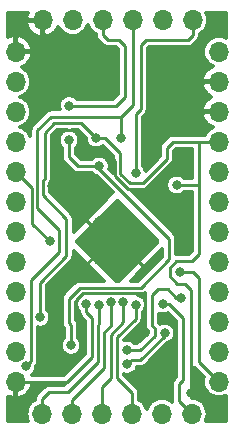
<source format=gbr>
G04 #@! TF.GenerationSoftware,KiCad,Pcbnew,5.1.2-f72e74a~84~ubuntu18.04.1*
G04 #@! TF.CreationDate,2019-12-11T23:46:12+03:00*
G04 #@! TF.ProjectId,OM-128,4f4d2d31-3238-42e6-9b69-6361645f7063,rev?*
G04 #@! TF.SameCoordinates,PX5f5e100PY7270e00*
G04 #@! TF.FileFunction,Copper,L2,Bot*
G04 #@! TF.FilePolarity,Positive*
%FSLAX46Y46*%
G04 Gerber Fmt 4.6, Leading zero omitted, Abs format (unit mm)*
G04 Created by KiCad (PCBNEW 5.1.2-f72e74a~84~ubuntu18.04.1) date 2019-12-11 23:46:12*
%MOMM*%
%LPD*%
G04 APERTURE LIST*
%ADD10O,1.700000X1.700000*%
%ADD11C,0.700000*%
%ADD12C,0.100000*%
%ADD13C,5.200000*%
%ADD14C,0.800000*%
%ADD15C,0.250000*%
%ADD16C,0.350000*%
G04 APERTURE END LIST*
D10*
X16390000Y34700000D03*
X13850000Y34700000D03*
X11310000Y34700000D03*
X8770000Y34700000D03*
X6230000Y34700000D03*
X3690000Y34700000D03*
D11*
X10070711Y18474874D03*
D12*
G36*
X10024504Y19572198D02*
G01*
X10048773Y19568598D01*
X10072571Y19562637D01*
X10095671Y19554372D01*
X10117849Y19543882D01*
X10138893Y19531269D01*
X10158598Y19516655D01*
X10176777Y19500179D01*
X13500179Y16176777D01*
X13516655Y16158598D01*
X13531269Y16138893D01*
X13543882Y16117849D01*
X13554372Y16095671D01*
X13562637Y16072571D01*
X13568598Y16048773D01*
X13572198Y16024504D01*
X13573402Y16000000D01*
X13572198Y15975496D01*
X13568598Y15951227D01*
X13562637Y15927429D01*
X13554372Y15904329D01*
X13543882Y15882151D01*
X13531269Y15861107D01*
X13516655Y15841402D01*
X13500179Y15823223D01*
X10176777Y12499821D01*
X10158598Y12483345D01*
X10138893Y12468731D01*
X10117849Y12456118D01*
X10095671Y12445628D01*
X10072571Y12437363D01*
X10048773Y12431402D01*
X10024504Y12427802D01*
X10000000Y12426598D01*
X9975496Y12427802D01*
X9951227Y12431402D01*
X9927429Y12437363D01*
X9904329Y12445628D01*
X9882151Y12456118D01*
X9861107Y12468731D01*
X9841402Y12483345D01*
X9823223Y12499821D01*
X6499821Y15823223D01*
X6483345Y15841402D01*
X6468731Y15861107D01*
X6456118Y15882151D01*
X6445628Y15904329D01*
X6437363Y15927429D01*
X6431402Y15951227D01*
X6427802Y15975496D01*
X6426598Y16000000D01*
X6427802Y16024504D01*
X6431402Y16048773D01*
X6437363Y16072571D01*
X6445628Y16095671D01*
X6456118Y16117849D01*
X6468731Y16138893D01*
X6483345Y16158598D01*
X6499821Y16176777D01*
X9823223Y19500179D01*
X9841402Y19516655D01*
X9861107Y19531269D01*
X9882151Y19543882D01*
X9904329Y19554372D01*
X9927429Y19562637D01*
X9951227Y19568598D01*
X9975496Y19572198D01*
X10000000Y19573402D01*
X10024504Y19572198D01*
X10024504Y19572198D01*
G37*
D13*
X10000000Y16000000D03*
D11*
X10848528Y17697056D03*
X11697056Y16848528D03*
X12545584Y16000000D03*
X9151472Y17626346D03*
X7525126Y16000000D03*
X8338299Y16813173D03*
X10000000Y16848528D03*
X9151472Y16000000D03*
X8338299Y15186827D03*
X10000000Y15151472D03*
X9186827Y14338299D03*
X10848528Y16000000D03*
X10830850Y14320621D03*
X10017678Y13507449D03*
X11679379Y15169150D03*
D10*
X16330000Y1400000D03*
X13790000Y1400000D03*
X11250000Y1400000D03*
X8710000Y1400000D03*
X6170000Y1400000D03*
X3630000Y1400000D03*
X1400000Y4100000D03*
X1400000Y6640000D03*
X1400000Y9180000D03*
X1400000Y11720000D03*
X1400000Y14260000D03*
X1400000Y16800000D03*
X1400000Y19340000D03*
X1400000Y21880000D03*
X1400000Y24420000D03*
X1400000Y26960000D03*
X1400000Y29500000D03*
X1400000Y32040000D03*
X18600000Y4100000D03*
X18600000Y6640000D03*
X18600000Y9180000D03*
X18600000Y11720000D03*
X18600000Y14260000D03*
X18600000Y16800000D03*
X18600000Y19340000D03*
X18600000Y21880000D03*
X18600000Y24420000D03*
X18600000Y26960000D03*
X18600000Y29500000D03*
X18600000Y32040000D03*
D14*
X4500000Y20630000D03*
X12370000Y8260000D03*
X11860000Y4960000D03*
X14390000Y7070000D03*
X4450000Y11125000D03*
X15050000Y23100000D03*
X7000000Y8200000D03*
X7400000Y33100000D03*
X15030000Y20750000D03*
X16230000Y3150000D03*
X3475000Y9550000D03*
X8200000Y24725000D03*
X15420000Y11200000D03*
X10820000Y6750000D03*
X14010000Y8200000D03*
X10870000Y5580000D03*
X10290000Y24720000D03*
X2275000Y5400000D03*
X4290000Y15980000D03*
X7400000Y10700000D03*
X11550000Y21750000D03*
X6100000Y7170000D03*
X8475000Y22350000D03*
X5925000Y24550000D03*
X5950000Y27475000D03*
X13860000Y10670000D03*
X11550000Y10620000D03*
X10530000Y10850000D03*
X9470000Y10860000D03*
X8480000Y10630000D03*
X15300000Y13370000D03*
D15*
X9130000Y16000000D02*
X10000000Y16000000D01*
X4500000Y20630000D02*
X9130000Y16000000D01*
X4500000Y20630000D02*
X4505000Y20630000D01*
X4500000Y25025000D02*
X4500000Y20630000D01*
X6675000Y25425000D02*
X4900000Y25425000D01*
X7100000Y23925000D02*
X7100000Y25000000D01*
X12375000Y20425000D02*
X10900000Y20425000D01*
X15050000Y23100000D02*
X12375000Y20425000D01*
X4900000Y25425000D02*
X4500000Y25025000D01*
X10900000Y20425000D02*
X9800000Y21525000D01*
X7475000Y23550000D02*
X7100000Y23925000D01*
X9800000Y21525000D02*
X9800000Y22775000D01*
X9800000Y22775000D02*
X9025000Y23550000D01*
X7100000Y25000000D02*
X6675000Y25425000D01*
X9025000Y23550000D02*
X7475000Y23550000D01*
X9325000Y16000000D02*
X10000000Y16000000D01*
X4450000Y11125000D02*
X9325000Y16000000D01*
X6530000Y6040000D02*
X7130000Y6640000D01*
X7130000Y6640000D02*
X7130000Y8060000D01*
X5460000Y6040000D02*
X6530000Y6040000D01*
X4450000Y11125000D02*
X4450000Y7050000D01*
X4450000Y7050000D02*
X5460000Y6040000D01*
X7130000Y8060000D02*
X7000000Y8190000D01*
X7000000Y8190000D02*
X7000000Y8200000D01*
X7000000Y9260000D02*
X7000000Y8200000D01*
X12370000Y11220000D02*
X12000000Y11590000D01*
X7130000Y11590000D02*
X6550000Y11010000D01*
X12370000Y8260000D02*
X12370000Y11220000D01*
X6550000Y11010000D02*
X6550000Y9710000D01*
X12000000Y11590000D02*
X7130000Y11590000D01*
X6550000Y9710000D02*
X7000000Y9260000D01*
X3690000Y33610000D02*
X3690000Y34700000D01*
X14390000Y5915000D02*
X14390000Y7070000D01*
X11860000Y4960000D02*
X13435000Y4960000D01*
X13435000Y4960000D02*
X14390000Y5915000D01*
X4200000Y33100000D02*
X7400000Y33100000D01*
X3690000Y33610000D02*
X4200000Y33100000D01*
X10000000Y16000000D02*
X10090000Y16000000D01*
X10090000Y16000000D02*
X12384818Y13705182D01*
X12384818Y13705182D02*
X12509636Y13830000D01*
X16230000Y3150000D02*
X16230000Y11840000D01*
X16230000Y11840000D02*
X15720000Y12350000D01*
X15720000Y12350000D02*
X15100000Y12350000D01*
X15100000Y12350000D02*
X14440000Y13010000D01*
X14440000Y13010000D02*
X14440000Y13740000D01*
X14440000Y13740000D02*
X14980000Y14280000D01*
X14980000Y14280000D02*
X16340000Y14280000D01*
X16340000Y14280000D02*
X16950000Y14890000D01*
X16950000Y21800000D02*
X16950000Y21440000D01*
X16900000Y20750000D02*
X16950000Y20700000D01*
X16950000Y14890000D02*
X16950000Y20700000D01*
X15030000Y20750000D02*
X16900000Y20750000D01*
X16950000Y20700000D02*
X16950000Y21800000D01*
X8200000Y24725000D02*
X8975000Y24725000D01*
X8975000Y24725000D02*
X10275000Y23425000D01*
X10275000Y23425000D02*
X10275000Y21725010D01*
X10275000Y21725010D02*
X11100010Y20900000D01*
X11100010Y20900000D02*
X12175000Y20900000D01*
X12175000Y20900000D02*
X14200000Y22925000D01*
X14200000Y22925000D02*
X14200000Y23900000D01*
X14200000Y23900000D02*
X14720000Y24420000D01*
X16950000Y24415000D02*
X16955000Y24420000D01*
X16950000Y21800000D02*
X16950000Y24415000D01*
X14720000Y24420000D02*
X16955000Y24420000D01*
X16955000Y24420000D02*
X18600000Y24420000D01*
X5700000Y14725000D02*
X3475000Y12500000D01*
X5700000Y17900000D02*
X5700000Y14725000D01*
X8200000Y24725000D02*
X6925000Y26000000D01*
X3475000Y12500000D02*
X3475000Y9550000D01*
X4675000Y26000000D02*
X3875000Y25200000D01*
X3725000Y19875000D02*
X5700000Y17900000D01*
X6925000Y26000000D02*
X4675000Y26000000D01*
X3875000Y25200000D02*
X3875000Y21300000D01*
X3725000Y21150000D02*
X3725000Y19875000D01*
X3875000Y21300000D02*
X3725000Y21150000D01*
X10820000Y6750000D02*
X11099990Y6750000D01*
X15010000Y11200000D02*
X15420000Y11200000D01*
X13440000Y11940000D02*
X14270000Y11940000D01*
X11950000Y6750000D02*
X13180000Y7980000D01*
X10820000Y6750000D02*
X11950000Y6750000D01*
X13180000Y7980000D02*
X13180000Y8610000D01*
X12980000Y8810000D02*
X12980000Y11480000D01*
X14270000Y11940000D02*
X15010000Y11200000D01*
X13180000Y8610000D02*
X12980000Y8810000D01*
X12980000Y11480000D02*
X13440000Y11940000D01*
X14010000Y7980000D02*
X14010000Y8200000D01*
X11970000Y5940000D02*
X14010000Y7980000D01*
X11970000Y5940000D02*
X11230000Y5940000D01*
X11230000Y5940000D02*
X10870000Y5580000D01*
X2700000Y12700000D02*
X2700000Y5825000D01*
X2700000Y5825000D02*
X2275000Y5400000D01*
X8460000Y26550000D02*
X4425000Y26550000D01*
X4425000Y26550000D02*
X3250000Y25375000D01*
X3250000Y25375000D02*
X3250000Y18825000D01*
X5090000Y15090000D02*
X2700000Y12700000D01*
X5090000Y16985000D02*
X5090000Y15090000D01*
X3250000Y18825000D02*
X5090000Y16985000D01*
X11310000Y34700000D02*
X11310000Y27535000D01*
X10325000Y26550000D02*
X8460000Y26550000D01*
X11310000Y27535000D02*
X10325000Y26550000D01*
X10290000Y26515000D02*
X10325000Y26550000D01*
X10290000Y24720000D02*
X10290000Y26515000D01*
X4290000Y15980000D02*
X2775000Y17495000D01*
X2775000Y20505000D02*
X1400000Y21880000D01*
X2775000Y17495000D02*
X2775000Y20505000D01*
X7400000Y9980000D02*
X7400000Y10700000D01*
X7880000Y6210000D02*
X7880000Y9500000D01*
X7880000Y9500000D02*
X7400000Y9980000D01*
X1400000Y4100000D02*
X5770000Y4100000D01*
X5770000Y4100000D02*
X7880000Y6210000D01*
X11550000Y26775000D02*
X11550000Y21750000D01*
X16390000Y33415000D02*
X16000000Y33025000D01*
X12000000Y32575000D02*
X12000000Y27225000D01*
X16000000Y33025000D02*
X12450000Y33025000D01*
X12450000Y33025000D02*
X12000000Y32575000D01*
X16390000Y34700000D02*
X16390000Y33415000D01*
X12000000Y27225000D02*
X11550000Y26775000D01*
X8475000Y22350000D02*
X6700000Y22350000D01*
X6700000Y22350000D02*
X5925000Y23125000D01*
X5925000Y23125000D02*
X5925000Y24550000D01*
X6100000Y8890000D02*
X6100000Y7170000D01*
X5890000Y9100000D02*
X6100000Y8890000D01*
X5890000Y11140000D02*
X5890000Y9100000D01*
X12020000Y12070000D02*
X6820000Y12070000D01*
X8475000Y22350000D02*
X8475000Y22145000D01*
X8475000Y22145000D02*
X14400000Y16220000D01*
X14400000Y16220000D02*
X14400000Y14450000D01*
X14400000Y14450000D02*
X12020000Y12070000D01*
X6820000Y12070000D02*
X5890000Y11140000D01*
X9925000Y27475000D02*
X5950000Y27475000D01*
X8770000Y33455000D02*
X9200000Y33025000D01*
X8770000Y34700000D02*
X8770000Y33455000D01*
X9200000Y33025000D02*
X10175000Y33025000D01*
X10175000Y33025000D02*
X10650000Y32550000D01*
X10650000Y28200000D02*
X9925000Y27475000D01*
X10650000Y32550000D02*
X10650000Y28200000D01*
X14410000Y10670000D02*
X13860000Y10670000D01*
X15600000Y9480000D02*
X14410000Y10670000D01*
X15600000Y4270000D02*
X15600000Y9480000D01*
X16330000Y1400000D02*
X15270000Y2460000D01*
X15270000Y3940000D02*
X15600000Y4270000D01*
X15270000Y2460000D02*
X15270000Y3940000D01*
X11250000Y3160000D02*
X11250000Y1400000D01*
X9990000Y4420000D02*
X11250000Y3160000D01*
X9990000Y7850000D02*
X9990000Y4420000D01*
X11550000Y10620000D02*
X11550000Y9410000D01*
X11550000Y9410000D02*
X9990000Y7850000D01*
X8710000Y3680000D02*
X8710000Y1400000D01*
X9440000Y4410000D02*
X8710000Y3680000D01*
X9440000Y8070000D02*
X9440000Y4410000D01*
X10520000Y9150000D02*
X9440000Y8070000D01*
X10530000Y10850000D02*
X10530000Y9150000D01*
X10530000Y9150000D02*
X10520000Y9150000D01*
X8920000Y5270000D02*
X6170000Y2520000D01*
X8920000Y8310000D02*
X8920000Y5270000D01*
X6170000Y2520000D02*
X6170000Y1400000D01*
X9470000Y10860000D02*
X9470000Y8860000D01*
X9470000Y8860000D02*
X8920000Y8310000D01*
X8480000Y8980000D02*
X8480000Y10630000D01*
X3630000Y2620000D02*
X4200000Y3190000D01*
X3630000Y1400000D02*
X3630000Y2620000D01*
X8390000Y5760000D02*
X8390000Y8890000D01*
X5820000Y3190000D02*
X8390000Y5760000D01*
X4200000Y3190000D02*
X5820000Y3190000D01*
X8390000Y8890000D02*
X8480000Y8980000D01*
X16920000Y5780000D02*
X18600000Y4100000D01*
X16920000Y12850000D02*
X16920000Y5780000D01*
X15300000Y13370000D02*
X16400000Y13370000D01*
X16400000Y13370000D02*
X16920000Y12850000D01*
D16*
G36*
X17340152Y4511321D02*
G01*
X17294172Y4359745D01*
X17268589Y4100000D01*
X17294172Y3840255D01*
X17369937Y3590491D01*
X17492972Y3360308D01*
X17658550Y3158550D01*
X17860308Y2992972D01*
X18090491Y2869937D01*
X18340255Y2794172D01*
X18534909Y2775000D01*
X18665091Y2775000D01*
X18859745Y2794172D01*
X19109509Y2869937D01*
X19225000Y2931668D01*
X19225000Y775000D01*
X17498332Y775000D01*
X17560063Y890491D01*
X17635828Y1140255D01*
X17661411Y1400000D01*
X17635828Y1659745D01*
X17560063Y1909509D01*
X17437028Y2139692D01*
X17271450Y2341450D01*
X17069692Y2507028D01*
X16839509Y2630063D01*
X16589745Y2705828D01*
X16395091Y2725000D01*
X16375000Y2725000D01*
X16375000Y5225000D01*
X16626473Y5225000D01*
X17340152Y4511321D01*
X17340152Y4511321D01*
G37*
X17340152Y4511321D02*
X17294172Y4359745D01*
X17268589Y4100000D01*
X17294172Y3840255D01*
X17369937Y3590491D01*
X17492972Y3360308D01*
X17658550Y3158550D01*
X17860308Y2992972D01*
X18090491Y2869937D01*
X18340255Y2794172D01*
X18534909Y2775000D01*
X18665091Y2775000D01*
X18859745Y2794172D01*
X19109509Y2869937D01*
X19225000Y2931668D01*
X19225000Y775000D01*
X17498332Y775000D01*
X17560063Y890491D01*
X17635828Y1140255D01*
X17661411Y1400000D01*
X17635828Y1659745D01*
X17560063Y1909509D01*
X17437028Y2139692D01*
X17271450Y2341450D01*
X17069692Y2507028D01*
X16839509Y2630063D01*
X16589745Y2705828D01*
X16395091Y2725000D01*
X16375000Y2725000D01*
X16375000Y5225000D01*
X16626473Y5225000D01*
X17340152Y4511321D01*
G36*
X5530388Y3790000D02*
G01*
X4229474Y3790000D01*
X4200000Y3792903D01*
X4170526Y3790000D01*
X4082379Y3781318D01*
X3969279Y3747010D01*
X3865045Y3691296D01*
X3773683Y3616317D01*
X3754894Y3593422D01*
X3226581Y3065108D01*
X3203684Y3046317D01*
X3128705Y2954955D01*
X3098388Y2898235D01*
X3072991Y2850721D01*
X3038682Y2737620D01*
X3027097Y2620000D01*
X3030001Y2590517D01*
X3030001Y2581695D01*
X2890308Y2507028D01*
X2688550Y2341450D01*
X2522972Y2139692D01*
X2399937Y1909509D01*
X2324172Y1659745D01*
X2298589Y1400000D01*
X2324172Y1140255D01*
X2399937Y890491D01*
X2461668Y775000D01*
X775000Y775000D01*
X775000Y2826883D01*
X883404Y2771934D01*
X1152423Y2696670D01*
X1375000Y2818968D01*
X1375000Y3939322D01*
X1425000Y3940248D01*
X1425000Y2818968D01*
X1647577Y2696670D01*
X1916596Y2771934D01*
X2165763Y2898235D01*
X2385502Y3070720D01*
X2567368Y3282759D01*
X2704373Y3526204D01*
X2791252Y3791700D01*
X2803329Y3852423D01*
X2741662Y3964631D01*
X5676683Y4018983D01*
X5530388Y3790000D01*
X5530388Y3790000D01*
G37*
X5530388Y3790000D02*
X4229474Y3790000D01*
X4200000Y3792903D01*
X4170526Y3790000D01*
X4082379Y3781318D01*
X3969279Y3747010D01*
X3865045Y3691296D01*
X3773683Y3616317D01*
X3754894Y3593422D01*
X3226581Y3065108D01*
X3203684Y3046317D01*
X3128705Y2954955D01*
X3098388Y2898235D01*
X3072991Y2850721D01*
X3038682Y2737620D01*
X3027097Y2620000D01*
X3030001Y2590517D01*
X3030001Y2581695D01*
X2890308Y2507028D01*
X2688550Y2341450D01*
X2522972Y2139692D01*
X2399937Y1909509D01*
X2324172Y1659745D01*
X2298589Y1400000D01*
X2324172Y1140255D01*
X2399937Y890491D01*
X2461668Y775000D01*
X775000Y775000D01*
X775000Y2826883D01*
X883404Y2771934D01*
X1152423Y2696670D01*
X1375000Y2818968D01*
X1375000Y3939322D01*
X1425000Y3940248D01*
X1425000Y2818968D01*
X1647577Y2696670D01*
X1916596Y2771934D01*
X2165763Y2898235D01*
X2385502Y3070720D01*
X2567368Y3282759D01*
X2704373Y3526204D01*
X2791252Y3791700D01*
X2803329Y3852423D01*
X2741662Y3964631D01*
X5676683Y4018983D01*
X5530388Y3790000D01*
G36*
X15000001Y9231471D02*
G01*
X15000000Y4518527D01*
X14866582Y4385109D01*
X14843684Y4366317D01*
X14768705Y4274955D01*
X14718643Y4181296D01*
X14712991Y4170721D01*
X14678682Y4057620D01*
X14667097Y3940000D01*
X14670001Y3910517D01*
X14670000Y2489474D01*
X14667097Y2460000D01*
X14670000Y2430527D01*
X14674141Y2388482D01*
X14529692Y2507028D01*
X14299509Y2630063D01*
X14049745Y2705828D01*
X13855091Y2725000D01*
X13724909Y2725000D01*
X13530255Y2705828D01*
X13280491Y2630063D01*
X13050308Y2507028D01*
X12848550Y2341450D01*
X12682972Y2139692D01*
X12559937Y1909509D01*
X12520000Y1777854D01*
X12480063Y1909509D01*
X12357028Y2139692D01*
X12191450Y2341450D01*
X11989692Y2507028D01*
X11850000Y2581695D01*
X11850000Y3130527D01*
X11852903Y3160001D01*
X11841318Y3277621D01*
X11819762Y3348682D01*
X11807010Y3390721D01*
X11751296Y3494955D01*
X11676317Y3586317D01*
X11653420Y3605108D01*
X10590000Y4668527D01*
X10590000Y4748887D01*
X10614772Y4738626D01*
X10783820Y4705000D01*
X10956180Y4705000D01*
X11125228Y4738626D01*
X11284468Y4804585D01*
X11427780Y4900343D01*
X11549657Y5022220D01*
X11645415Y5165532D01*
X11711374Y5324772D01*
X11714403Y5340000D01*
X11940526Y5340000D01*
X11970000Y5337097D01*
X11999474Y5340000D01*
X12087621Y5348682D01*
X12200721Y5382990D01*
X12304955Y5438704D01*
X12396317Y5513683D01*
X12415113Y5536586D01*
X14230183Y7351655D01*
X14265228Y7358626D01*
X14424468Y7424585D01*
X14567780Y7520343D01*
X14689657Y7642220D01*
X14785415Y7785532D01*
X14851374Y7944772D01*
X14885000Y8113820D01*
X14885000Y8286180D01*
X14851374Y8455228D01*
X14785415Y8614468D01*
X14689657Y8757780D01*
X14567780Y8879657D01*
X14424468Y8975415D01*
X14265228Y9041374D01*
X14096180Y9075000D01*
X13923820Y9075000D01*
X13754772Y9041374D01*
X13640882Y8994199D01*
X13606317Y9036317D01*
X13583414Y9055113D01*
X13580000Y9058527D01*
X13580000Y9838887D01*
X13604772Y9828626D01*
X13773820Y9795000D01*
X13946180Y9795000D01*
X14115228Y9828626D01*
X14274468Y9894585D01*
X14311886Y9919587D01*
X15000001Y9231471D01*
X15000001Y9231471D01*
G37*
X15000001Y9231471D02*
X15000000Y4518527D01*
X14866582Y4385109D01*
X14843684Y4366317D01*
X14768705Y4274955D01*
X14718643Y4181296D01*
X14712991Y4170721D01*
X14678682Y4057620D01*
X14667097Y3940000D01*
X14670001Y3910517D01*
X14670000Y2489474D01*
X14667097Y2460000D01*
X14670000Y2430527D01*
X14674141Y2388482D01*
X14529692Y2507028D01*
X14299509Y2630063D01*
X14049745Y2705828D01*
X13855091Y2725000D01*
X13724909Y2725000D01*
X13530255Y2705828D01*
X13280491Y2630063D01*
X13050308Y2507028D01*
X12848550Y2341450D01*
X12682972Y2139692D01*
X12559937Y1909509D01*
X12520000Y1777854D01*
X12480063Y1909509D01*
X12357028Y2139692D01*
X12191450Y2341450D01*
X11989692Y2507028D01*
X11850000Y2581695D01*
X11850000Y3130527D01*
X11852903Y3160001D01*
X11841318Y3277621D01*
X11819762Y3348682D01*
X11807010Y3390721D01*
X11751296Y3494955D01*
X11676317Y3586317D01*
X11653420Y3605108D01*
X10590000Y4668527D01*
X10590000Y4748887D01*
X10614772Y4738626D01*
X10783820Y4705000D01*
X10956180Y4705000D01*
X11125228Y4738626D01*
X11284468Y4804585D01*
X11427780Y4900343D01*
X11549657Y5022220D01*
X11645415Y5165532D01*
X11711374Y5324772D01*
X11714403Y5340000D01*
X11940526Y5340000D01*
X11970000Y5337097D01*
X11999474Y5340000D01*
X12087621Y5348682D01*
X12200721Y5382990D01*
X12304955Y5438704D01*
X12396317Y5513683D01*
X12415113Y5536586D01*
X14230183Y7351655D01*
X14265228Y7358626D01*
X14424468Y7424585D01*
X14567780Y7520343D01*
X14689657Y7642220D01*
X14785415Y7785532D01*
X14851374Y7944772D01*
X14885000Y8113820D01*
X14885000Y8286180D01*
X14851374Y8455228D01*
X14785415Y8614468D01*
X14689657Y8757780D01*
X14567780Y8879657D01*
X14424468Y8975415D01*
X14265228Y9041374D01*
X14096180Y9075000D01*
X13923820Y9075000D01*
X13754772Y9041374D01*
X13640882Y8994199D01*
X13606317Y9036317D01*
X13583414Y9055113D01*
X13580000Y9058527D01*
X13580000Y9838887D01*
X13604772Y9828626D01*
X13773820Y9795000D01*
X13946180Y9795000D01*
X14115228Y9828626D01*
X14274468Y9894585D01*
X14311886Y9919587D01*
X15000001Y9231471D01*
G36*
X8872572Y12670000D02*
G01*
X6849476Y12670000D01*
X6820000Y12672903D01*
X6702379Y12661319D01*
X6589279Y12627010D01*
X6485045Y12571296D01*
X6393683Y12496317D01*
X6374894Y12473422D01*
X5486586Y11585113D01*
X5463683Y11566317D01*
X5388704Y11474954D01*
X5332990Y11370720D01*
X5306378Y11282991D01*
X5298682Y11257620D01*
X5287097Y11140000D01*
X5290000Y11110526D01*
X5290001Y9129483D01*
X5287097Y9100000D01*
X5298682Y8982380D01*
X5326705Y8890000D01*
X5332991Y8869279D01*
X5388705Y8765045D01*
X5463684Y8673683D01*
X5486582Y8654891D01*
X5500000Y8641473D01*
X5500001Y7807438D01*
X5420343Y7727780D01*
X5324585Y7584468D01*
X5258626Y7425228D01*
X5225000Y7256180D01*
X5225000Y7083820D01*
X5258626Y6914772D01*
X5324585Y6755532D01*
X5420343Y6612220D01*
X5542220Y6490343D01*
X5685532Y6394585D01*
X5844772Y6328626D01*
X6013820Y6295000D01*
X6186180Y6295000D01*
X6355228Y6328626D01*
X6514468Y6394585D01*
X6657780Y6490343D01*
X6779657Y6612220D01*
X6875415Y6755532D01*
X6941374Y6914772D01*
X6975000Y7083820D01*
X6975000Y7256180D01*
X6941374Y7425228D01*
X6875415Y7584468D01*
X6779657Y7727780D01*
X6700000Y7807437D01*
X6700000Y8860526D01*
X6702903Y8890000D01*
X6691318Y9007621D01*
X6657010Y9120721D01*
X6641360Y9150000D01*
X6601296Y9224955D01*
X6526317Y9316317D01*
X6503415Y9335112D01*
X6490000Y9348527D01*
X6490000Y10891473D01*
X6562070Y10963543D01*
X6558626Y10955228D01*
X6525000Y10786180D01*
X6525000Y10613820D01*
X6558626Y10444772D01*
X6624585Y10285532D01*
X6720343Y10142220D01*
X6800000Y10062563D01*
X6800000Y10009474D01*
X6797097Y9980000D01*
X6800000Y9950527D01*
X6808682Y9862380D01*
X6842990Y9749280D01*
X6898704Y9645046D01*
X6973683Y9553683D01*
X6996586Y9534887D01*
X7280001Y9251471D01*
X7280000Y6458528D01*
X5521473Y4700000D01*
X2802335Y4700000D01*
X2832780Y4720343D01*
X2954657Y4842220D01*
X3050415Y4985532D01*
X3116374Y5144772D01*
X3150000Y5313820D01*
X3150000Y5427541D01*
X3201296Y5490045D01*
X3257010Y5594279D01*
X3291318Y5707379D01*
X3300000Y5795526D01*
X3302903Y5825000D01*
X3300000Y5854474D01*
X3300000Y8692668D01*
X3388820Y8675000D01*
X3561180Y8675000D01*
X3730228Y8708626D01*
X3889468Y8774585D01*
X4032780Y8870343D01*
X4154657Y8992220D01*
X4250415Y9135532D01*
X4316374Y9294772D01*
X4350000Y9463820D01*
X4350000Y9636180D01*
X4316374Y9805228D01*
X4250415Y9964468D01*
X4154657Y10107780D01*
X4075000Y10187437D01*
X4075000Y12251473D01*
X6103419Y14279891D01*
X6126317Y14298683D01*
X6201296Y14390045D01*
X6257010Y14494279D01*
X6291318Y14607379D01*
X6298808Y14683422D01*
X6302903Y14724999D01*
X6300000Y14754473D01*
X6300000Y15188656D01*
X8872572Y12670000D01*
X8872572Y12670000D01*
G37*
X8872572Y12670000D02*
X6849476Y12670000D01*
X6820000Y12672903D01*
X6702379Y12661319D01*
X6589279Y12627010D01*
X6485045Y12571296D01*
X6393683Y12496317D01*
X6374894Y12473422D01*
X5486586Y11585113D01*
X5463683Y11566317D01*
X5388704Y11474954D01*
X5332990Y11370720D01*
X5306378Y11282991D01*
X5298682Y11257620D01*
X5287097Y11140000D01*
X5290000Y11110526D01*
X5290001Y9129483D01*
X5287097Y9100000D01*
X5298682Y8982380D01*
X5326705Y8890000D01*
X5332991Y8869279D01*
X5388705Y8765045D01*
X5463684Y8673683D01*
X5486582Y8654891D01*
X5500000Y8641473D01*
X5500001Y7807438D01*
X5420343Y7727780D01*
X5324585Y7584468D01*
X5258626Y7425228D01*
X5225000Y7256180D01*
X5225000Y7083820D01*
X5258626Y6914772D01*
X5324585Y6755532D01*
X5420343Y6612220D01*
X5542220Y6490343D01*
X5685532Y6394585D01*
X5844772Y6328626D01*
X6013820Y6295000D01*
X6186180Y6295000D01*
X6355228Y6328626D01*
X6514468Y6394585D01*
X6657780Y6490343D01*
X6779657Y6612220D01*
X6875415Y6755532D01*
X6941374Y6914772D01*
X6975000Y7083820D01*
X6975000Y7256180D01*
X6941374Y7425228D01*
X6875415Y7584468D01*
X6779657Y7727780D01*
X6700000Y7807437D01*
X6700000Y8860526D01*
X6702903Y8890000D01*
X6691318Y9007621D01*
X6657010Y9120721D01*
X6641360Y9150000D01*
X6601296Y9224955D01*
X6526317Y9316317D01*
X6503415Y9335112D01*
X6490000Y9348527D01*
X6490000Y10891473D01*
X6562070Y10963543D01*
X6558626Y10955228D01*
X6525000Y10786180D01*
X6525000Y10613820D01*
X6558626Y10444772D01*
X6624585Y10285532D01*
X6720343Y10142220D01*
X6800000Y10062563D01*
X6800000Y10009474D01*
X6797097Y9980000D01*
X6800000Y9950527D01*
X6808682Y9862380D01*
X6842990Y9749280D01*
X6898704Y9645046D01*
X6973683Y9553683D01*
X6996586Y9534887D01*
X7280001Y9251471D01*
X7280000Y6458528D01*
X5521473Y4700000D01*
X2802335Y4700000D01*
X2832780Y4720343D01*
X2954657Y4842220D01*
X3050415Y4985532D01*
X3116374Y5144772D01*
X3150000Y5313820D01*
X3150000Y5427541D01*
X3201296Y5490045D01*
X3257010Y5594279D01*
X3291318Y5707379D01*
X3300000Y5795526D01*
X3302903Y5825000D01*
X3300000Y5854474D01*
X3300000Y8692668D01*
X3388820Y8675000D01*
X3561180Y8675000D01*
X3730228Y8708626D01*
X3889468Y8774585D01*
X4032780Y8870343D01*
X4154657Y8992220D01*
X4250415Y9135532D01*
X4316374Y9294772D01*
X4350000Y9463820D01*
X4350000Y9636180D01*
X4316374Y9805228D01*
X4250415Y9964468D01*
X4154657Y10107780D01*
X4075000Y10187437D01*
X4075000Y12251473D01*
X6103419Y14279891D01*
X6126317Y14298683D01*
X6201296Y14390045D01*
X6257010Y14494279D01*
X6291318Y14607379D01*
X6298808Y14683422D01*
X6302903Y14724999D01*
X6300000Y14754473D01*
X6300000Y15188656D01*
X8872572Y12670000D01*
G36*
X12380000Y8839474D02*
G01*
X12377097Y8810000D01*
X12380000Y8780527D01*
X12388682Y8692380D01*
X12422990Y8579280D01*
X12478704Y8475046D01*
X12553683Y8383683D01*
X12576586Y8364887D01*
X12580000Y8361473D01*
X12580000Y8228528D01*
X11701473Y7350000D01*
X11457437Y7350000D01*
X11377780Y7429657D01*
X11234468Y7525415D01*
X11075228Y7591374D01*
X10906180Y7625000D01*
X10733820Y7625000D01*
X10590000Y7596392D01*
X10590000Y7601473D01*
X11953419Y8964891D01*
X11976317Y8983683D01*
X12051296Y9075045D01*
X12107010Y9179279D01*
X12141318Y9292379D01*
X12143968Y9319279D01*
X12152903Y9409999D01*
X12150000Y9439473D01*
X12150000Y9982563D01*
X12229657Y10062220D01*
X12325415Y10205532D01*
X12380001Y10337314D01*
X12380000Y8839474D01*
X12380000Y8839474D01*
G37*
X12380000Y8839474D02*
X12377097Y8810000D01*
X12380000Y8780527D01*
X12388682Y8692380D01*
X12422990Y8579280D01*
X12478704Y8475046D01*
X12553683Y8383683D01*
X12576586Y8364887D01*
X12580000Y8361473D01*
X12580000Y8228528D01*
X11701473Y7350000D01*
X11457437Y7350000D01*
X11377780Y7429657D01*
X11234468Y7525415D01*
X11075228Y7591374D01*
X10906180Y7625000D01*
X10733820Y7625000D01*
X10590000Y7596392D01*
X10590000Y7601473D01*
X11953419Y8964891D01*
X11976317Y8983683D01*
X12051296Y9075045D01*
X12107010Y9179279D01*
X12141318Y9292379D01*
X12143968Y9319279D01*
X12152903Y9409999D01*
X12150000Y9439473D01*
X12150000Y9982563D01*
X12229657Y10062220D01*
X12325415Y10205532D01*
X12380001Y10337314D01*
X12380000Y8839474D01*
G36*
X12377097Y11480000D02*
G01*
X12380001Y11450517D01*
X12380001Y10902686D01*
X12325415Y11034468D01*
X12229657Y11177780D01*
X12107780Y11299657D01*
X11964468Y11395415D01*
X11805228Y11461374D01*
X11761863Y11470000D01*
X11990526Y11470000D01*
X12020000Y11467097D01*
X12049474Y11470000D01*
X12137621Y11478682D01*
X12250721Y11512990D01*
X12354955Y11568704D01*
X12388549Y11596274D01*
X12377097Y11480000D01*
X12377097Y11480000D01*
G37*
X12377097Y11480000D02*
X12380001Y11450517D01*
X12380001Y10902686D01*
X12325415Y11034468D01*
X12229657Y11177780D01*
X12107780Y11299657D01*
X11964468Y11395415D01*
X11805228Y11461374D01*
X11761863Y11470000D01*
X11990526Y11470000D01*
X12020000Y11467097D01*
X12049474Y11470000D01*
X12137621Y11478682D01*
X12250721Y11512990D01*
X12354955Y11568704D01*
X12388549Y11596274D01*
X12377097Y11480000D01*
G36*
X13800001Y14698530D02*
G01*
X11771473Y12670000D01*
X11184771Y12670000D01*
X13800001Y15300005D01*
X13800001Y14698530D01*
X13800001Y14698530D01*
G37*
X13800001Y14698530D02*
X11771473Y12670000D01*
X11184771Y12670000D01*
X13800001Y15300005D01*
X13800001Y14698530D01*
G36*
X16350000Y21829474D02*
G01*
X16350000Y21410526D01*
X16350001Y21410520D01*
X16350001Y21350000D01*
X15667437Y21350000D01*
X15587780Y21429657D01*
X15444468Y21525415D01*
X15285228Y21591374D01*
X15116180Y21625000D01*
X14943820Y21625000D01*
X14774772Y21591374D01*
X14615532Y21525415D01*
X14472220Y21429657D01*
X14350343Y21307780D01*
X14254585Y21164468D01*
X14188626Y21005228D01*
X14155000Y20836180D01*
X14155000Y20663820D01*
X14188626Y20494772D01*
X14254585Y20335532D01*
X14350343Y20192220D01*
X14472220Y20070343D01*
X14615532Y19974585D01*
X14774772Y19908626D01*
X14943820Y19875000D01*
X15116180Y19875000D01*
X15285228Y19908626D01*
X15444468Y19974585D01*
X15587780Y20070343D01*
X15667437Y20150000D01*
X16350001Y20150000D01*
X16350000Y15138528D01*
X16091473Y14880000D01*
X15009473Y14880000D01*
X15000000Y14880933D01*
X15000000Y16190527D01*
X15002903Y16220001D01*
X14991318Y16337622D01*
X14980911Y16371930D01*
X14957010Y16450721D01*
X14901296Y16554955D01*
X14826317Y16646317D01*
X14803426Y16665103D01*
X11168528Y20300000D01*
X12145526Y20300000D01*
X12175000Y20297097D01*
X12204474Y20300000D01*
X12292621Y20308682D01*
X12405721Y20342990D01*
X12509955Y20398704D01*
X12601317Y20473683D01*
X12620113Y20496586D01*
X14603426Y22479897D01*
X14626317Y22498683D01*
X14645533Y22522097D01*
X14655040Y22533682D01*
X14701296Y22590045D01*
X14757010Y22694279D01*
X14791318Y22807379D01*
X14800000Y22895526D01*
X14800000Y22895533D01*
X14802902Y22924999D01*
X14800000Y22954465D01*
X14800000Y23651473D01*
X14968528Y23820000D01*
X16350001Y23820000D01*
X16350000Y21829474D01*
X16350000Y21829474D01*
G37*
X16350000Y21829474D02*
X16350000Y21410526D01*
X16350001Y21410520D01*
X16350001Y21350000D01*
X15667437Y21350000D01*
X15587780Y21429657D01*
X15444468Y21525415D01*
X15285228Y21591374D01*
X15116180Y21625000D01*
X14943820Y21625000D01*
X14774772Y21591374D01*
X14615532Y21525415D01*
X14472220Y21429657D01*
X14350343Y21307780D01*
X14254585Y21164468D01*
X14188626Y21005228D01*
X14155000Y20836180D01*
X14155000Y20663820D01*
X14188626Y20494772D01*
X14254585Y20335532D01*
X14350343Y20192220D01*
X14472220Y20070343D01*
X14615532Y19974585D01*
X14774772Y19908626D01*
X14943820Y19875000D01*
X15116180Y19875000D01*
X15285228Y19908626D01*
X15444468Y19974585D01*
X15587780Y20070343D01*
X15667437Y20150000D01*
X16350001Y20150000D01*
X16350000Y15138528D01*
X16091473Y14880000D01*
X15009473Y14880000D01*
X15000000Y14880933D01*
X15000000Y16190527D01*
X15002903Y16220001D01*
X14991318Y16337622D01*
X14980911Y16371930D01*
X14957010Y16450721D01*
X14901296Y16554955D01*
X14826317Y16646317D01*
X14803426Y16665103D01*
X11168528Y20300000D01*
X12145526Y20300000D01*
X12175000Y20297097D01*
X12204474Y20300000D01*
X12292621Y20308682D01*
X12405721Y20342990D01*
X12509955Y20398704D01*
X12601317Y20473683D01*
X12620113Y20496586D01*
X14603426Y22479897D01*
X14626317Y22498683D01*
X14645533Y22522097D01*
X14655040Y22533682D01*
X14701296Y22590045D01*
X14757010Y22694279D01*
X14791318Y22807379D01*
X14800000Y22895526D01*
X14800000Y22895533D01*
X14802902Y22924999D01*
X14800000Y22954465D01*
X14800000Y23651473D01*
X14968528Y23820000D01*
X16350001Y23820000D01*
X16350000Y21829474D01*
G36*
X5669772Y25391374D02*
G01*
X5510532Y25325415D01*
X5367220Y25229657D01*
X5245343Y25107780D01*
X5149585Y24964468D01*
X5083626Y24805228D01*
X5050000Y24636180D01*
X5050000Y24463820D01*
X5083626Y24294772D01*
X5149585Y24135532D01*
X5245343Y23992220D01*
X5325001Y23912562D01*
X5325000Y23154474D01*
X5322097Y23125000D01*
X5325000Y23095527D01*
X5333682Y23007380D01*
X5367990Y22894280D01*
X5423704Y22790046D01*
X5498683Y22698683D01*
X5521586Y22679887D01*
X6254891Y21946581D01*
X6273683Y21923683D01*
X6365045Y21848704D01*
X6469279Y21792990D01*
X6582379Y21758681D01*
X6700000Y21747097D01*
X6729476Y21750000D01*
X7837563Y21750000D01*
X7917220Y21670343D01*
X8060532Y21574585D01*
X8219772Y21508626D01*
X8273543Y21497930D01*
X9646767Y20124705D01*
X6300000Y16794756D01*
X6300000Y17870526D01*
X6302903Y17900000D01*
X6291318Y18017621D01*
X6257010Y18130722D01*
X6237603Y18167029D01*
X6201296Y18234955D01*
X6126317Y18326317D01*
X6103420Y18345108D01*
X4325000Y20123527D01*
X4325000Y20902541D01*
X4376296Y20965045D01*
X4432010Y21069279D01*
X4466318Y21182379D01*
X4475000Y21270526D01*
X4477903Y21299999D01*
X4475000Y21329473D01*
X4475000Y24951473D01*
X4923528Y25400000D01*
X5713137Y25400000D01*
X5669772Y25391374D01*
X5669772Y25391374D01*
G37*
X5669772Y25391374D02*
X5510532Y25325415D01*
X5367220Y25229657D01*
X5245343Y25107780D01*
X5149585Y24964468D01*
X5083626Y24805228D01*
X5050000Y24636180D01*
X5050000Y24463820D01*
X5083626Y24294772D01*
X5149585Y24135532D01*
X5245343Y23992220D01*
X5325001Y23912562D01*
X5325000Y23154474D01*
X5322097Y23125000D01*
X5325000Y23095527D01*
X5333682Y23007380D01*
X5367990Y22894280D01*
X5423704Y22790046D01*
X5498683Y22698683D01*
X5521586Y22679887D01*
X6254891Y21946581D01*
X6273683Y21923683D01*
X6365045Y21848704D01*
X6469279Y21792990D01*
X6582379Y21758681D01*
X6700000Y21747097D01*
X6729476Y21750000D01*
X7837563Y21750000D01*
X7917220Y21670343D01*
X8060532Y21574585D01*
X8219772Y21508626D01*
X8273543Y21497930D01*
X9646767Y20124705D01*
X6300000Y16794756D01*
X6300000Y17870526D01*
X6302903Y17900000D01*
X6291318Y18017621D01*
X6257010Y18130722D01*
X6237603Y18167029D01*
X6201296Y18234955D01*
X6126317Y18326317D01*
X6103420Y18345108D01*
X4325000Y20123527D01*
X4325000Y20902541D01*
X4376296Y20965045D01*
X4432010Y21069279D01*
X4466318Y21182379D01*
X4475000Y21270526D01*
X4477903Y21299999D01*
X4475000Y21329473D01*
X4475000Y24951473D01*
X4923528Y25400000D01*
X5713137Y25400000D01*
X5669772Y25391374D01*
G36*
X7325000Y24751472D02*
G01*
X7325000Y24638820D01*
X7358626Y24469772D01*
X7424585Y24310532D01*
X7520343Y24167220D01*
X7642220Y24045343D01*
X7785532Y23949585D01*
X7944772Y23883626D01*
X8113820Y23850000D01*
X8286180Y23850000D01*
X8455228Y23883626D01*
X8614468Y23949585D01*
X8757780Y24045343D01*
X8781955Y24069518D01*
X9675000Y23176472D01*
X9675001Y21793526D01*
X9325894Y22142633D01*
X9350000Y22263820D01*
X9350000Y22436180D01*
X9316374Y22605228D01*
X9250415Y22764468D01*
X9154657Y22907780D01*
X9032780Y23029657D01*
X8889468Y23125415D01*
X8730228Y23191374D01*
X8561180Y23225000D01*
X8388820Y23225000D01*
X8219772Y23191374D01*
X8060532Y23125415D01*
X7917220Y23029657D01*
X7837563Y22950000D01*
X6948528Y22950000D01*
X6525000Y23373527D01*
X6525000Y23912563D01*
X6604657Y23992220D01*
X6700415Y24135532D01*
X6766374Y24294772D01*
X6800000Y24463820D01*
X6800000Y24636180D01*
X6766374Y24805228D01*
X6700415Y24964468D01*
X6604657Y25107780D01*
X6482780Y25229657D01*
X6339468Y25325415D01*
X6180228Y25391374D01*
X6136863Y25400000D01*
X6676473Y25400000D01*
X7325000Y24751472D01*
X7325000Y24751472D01*
G37*
X7325000Y24751472D02*
X7325000Y24638820D01*
X7358626Y24469772D01*
X7424585Y24310532D01*
X7520343Y24167220D01*
X7642220Y24045343D01*
X7785532Y23949585D01*
X7944772Y23883626D01*
X8113820Y23850000D01*
X8286180Y23850000D01*
X8455228Y23883626D01*
X8614468Y23949585D01*
X8757780Y24045343D01*
X8781955Y24069518D01*
X9675000Y23176472D01*
X9675001Y21793526D01*
X9325894Y22142633D01*
X9350000Y22263820D01*
X9350000Y22436180D01*
X9316374Y22605228D01*
X9250415Y22764468D01*
X9154657Y22907780D01*
X9032780Y23029657D01*
X8889468Y23125415D01*
X8730228Y23191374D01*
X8561180Y23225000D01*
X8388820Y23225000D01*
X8219772Y23191374D01*
X8060532Y23125415D01*
X7917220Y23029657D01*
X7837563Y22950000D01*
X6948528Y22950000D01*
X6525000Y23373527D01*
X6525000Y23912563D01*
X6604657Y23992220D01*
X6700415Y24135532D01*
X6766374Y24294772D01*
X6800000Y24463820D01*
X6800000Y24636180D01*
X6766374Y24805228D01*
X6700415Y24964468D01*
X6604657Y25107780D01*
X6482780Y25229657D01*
X6339468Y25325415D01*
X6180228Y25391374D01*
X6136863Y25400000D01*
X6676473Y25400000D01*
X7325000Y24751472D01*
G36*
X19225000Y33208332D02*
G01*
X19109509Y33270063D01*
X18859745Y33345828D01*
X18665091Y33365000D01*
X18534909Y33365000D01*
X18340255Y33345828D01*
X18090491Y33270063D01*
X17860308Y33147028D01*
X17658550Y32981450D01*
X17492972Y32779692D01*
X17369937Y32549509D01*
X17294172Y32299745D01*
X17268589Y32040000D01*
X17294172Y31780255D01*
X17369937Y31530491D01*
X17492972Y31300308D01*
X17658550Y31098550D01*
X17860308Y30932972D01*
X18069633Y30821086D01*
X17834237Y30701765D01*
X17614498Y30529280D01*
X17432632Y30317241D01*
X17295627Y30073796D01*
X17208748Y29808300D01*
X17196671Y29747577D01*
X17318994Y29525000D01*
X18325000Y29525000D01*
X18325000Y29475000D01*
X17318994Y29475000D01*
X17196671Y29252423D01*
X17208748Y29191700D01*
X17295627Y28926204D01*
X17432632Y28682759D01*
X17614498Y28470720D01*
X17834237Y28298235D01*
X17968851Y28230000D01*
X17834237Y28161765D01*
X17614498Y27989280D01*
X17432632Y27777241D01*
X17295627Y27533796D01*
X17208748Y27268300D01*
X17196671Y27207577D01*
X17318994Y26985000D01*
X18325000Y26985000D01*
X18325000Y26935000D01*
X17318994Y26935000D01*
X17196671Y26712423D01*
X17208748Y26651700D01*
X17295627Y26386204D01*
X17432632Y26142759D01*
X17614498Y25930720D01*
X17834237Y25758235D01*
X18069633Y25638914D01*
X17860308Y25527028D01*
X17658550Y25361450D01*
X17492972Y25159692D01*
X17418305Y25020000D01*
X16984473Y25020000D01*
X16954999Y25022903D01*
X16925526Y25020000D01*
X14749473Y25020000D01*
X14719999Y25022903D01*
X14669235Y25017903D01*
X14602379Y25011318D01*
X14489279Y24977010D01*
X14385045Y24921296D01*
X14293683Y24846317D01*
X14274891Y24823419D01*
X13796581Y24345108D01*
X13773684Y24326317D01*
X13698705Y24234955D01*
X13658777Y24160255D01*
X13642991Y24130721D01*
X13608682Y24017620D01*
X13597097Y23900000D01*
X13600001Y23870517D01*
X13600000Y23173529D01*
X12398065Y21971592D01*
X12391374Y22005228D01*
X12325415Y22164468D01*
X12229657Y22307780D01*
X12150000Y22387437D01*
X12150000Y26526473D01*
X12403419Y26779891D01*
X12426317Y26798683D01*
X12501296Y26890045D01*
X12557010Y26994279D01*
X12591318Y27107379D01*
X12600000Y27195526D01*
X12602903Y27224999D01*
X12600000Y27254473D01*
X12600000Y32326473D01*
X12698528Y32425000D01*
X15970526Y32425000D01*
X16000000Y32422097D01*
X16029474Y32425000D01*
X16117621Y32433682D01*
X16230721Y32467990D01*
X16334955Y32523704D01*
X16426317Y32598683D01*
X16445113Y32621586D01*
X16793419Y32969891D01*
X16816317Y32988683D01*
X16891296Y33080045D01*
X16947010Y33184279D01*
X16973032Y33270063D01*
X16981318Y33297378D01*
X16992903Y33414999D01*
X16990000Y33444473D01*
X16990000Y33518305D01*
X17129692Y33592972D01*
X17331450Y33758550D01*
X17497028Y33960308D01*
X17620063Y34190491D01*
X17695828Y34440255D01*
X17721411Y34700000D01*
X17695828Y34959745D01*
X17620063Y35209509D01*
X17558332Y35325000D01*
X19225000Y35325000D01*
X19225000Y33208332D01*
X19225000Y33208332D01*
G37*
X19225000Y33208332D02*
X19109509Y33270063D01*
X18859745Y33345828D01*
X18665091Y33365000D01*
X18534909Y33365000D01*
X18340255Y33345828D01*
X18090491Y33270063D01*
X17860308Y33147028D01*
X17658550Y32981450D01*
X17492972Y32779692D01*
X17369937Y32549509D01*
X17294172Y32299745D01*
X17268589Y32040000D01*
X17294172Y31780255D01*
X17369937Y31530491D01*
X17492972Y31300308D01*
X17658550Y31098550D01*
X17860308Y30932972D01*
X18069633Y30821086D01*
X17834237Y30701765D01*
X17614498Y30529280D01*
X17432632Y30317241D01*
X17295627Y30073796D01*
X17208748Y29808300D01*
X17196671Y29747577D01*
X17318994Y29525000D01*
X18325000Y29525000D01*
X18325000Y29475000D01*
X17318994Y29475000D01*
X17196671Y29252423D01*
X17208748Y29191700D01*
X17295627Y28926204D01*
X17432632Y28682759D01*
X17614498Y28470720D01*
X17834237Y28298235D01*
X17968851Y28230000D01*
X17834237Y28161765D01*
X17614498Y27989280D01*
X17432632Y27777241D01*
X17295627Y27533796D01*
X17208748Y27268300D01*
X17196671Y27207577D01*
X17318994Y26985000D01*
X18325000Y26985000D01*
X18325000Y26935000D01*
X17318994Y26935000D01*
X17196671Y26712423D01*
X17208748Y26651700D01*
X17295627Y26386204D01*
X17432632Y26142759D01*
X17614498Y25930720D01*
X17834237Y25758235D01*
X18069633Y25638914D01*
X17860308Y25527028D01*
X17658550Y25361450D01*
X17492972Y25159692D01*
X17418305Y25020000D01*
X16984473Y25020000D01*
X16954999Y25022903D01*
X16925526Y25020000D01*
X14749473Y25020000D01*
X14719999Y25022903D01*
X14669235Y25017903D01*
X14602379Y25011318D01*
X14489279Y24977010D01*
X14385045Y24921296D01*
X14293683Y24846317D01*
X14274891Y24823419D01*
X13796581Y24345108D01*
X13773684Y24326317D01*
X13698705Y24234955D01*
X13658777Y24160255D01*
X13642991Y24130721D01*
X13608682Y24017620D01*
X13597097Y23900000D01*
X13600001Y23870517D01*
X13600000Y23173529D01*
X12398065Y21971592D01*
X12391374Y22005228D01*
X12325415Y22164468D01*
X12229657Y22307780D01*
X12150000Y22387437D01*
X12150000Y26526473D01*
X12403419Y26779891D01*
X12426317Y26798683D01*
X12501296Y26890045D01*
X12557010Y26994279D01*
X12591318Y27107379D01*
X12600000Y27195526D01*
X12602903Y27224999D01*
X12600000Y27254473D01*
X12600000Y32326473D01*
X12698528Y32425000D01*
X15970526Y32425000D01*
X16000000Y32422097D01*
X16029474Y32425000D01*
X16117621Y32433682D01*
X16230721Y32467990D01*
X16334955Y32523704D01*
X16426317Y32598683D01*
X16445113Y32621586D01*
X16793419Y32969891D01*
X16816317Y32988683D01*
X16891296Y33080045D01*
X16947010Y33184279D01*
X16973032Y33270063D01*
X16981318Y33297378D01*
X16992903Y33414999D01*
X16990000Y33444473D01*
X16990000Y33518305D01*
X17129692Y33592972D01*
X17331450Y33758550D01*
X17497028Y33960308D01*
X17620063Y34190491D01*
X17695828Y34440255D01*
X17721411Y34700000D01*
X17695828Y34959745D01*
X17620063Y35209509D01*
X17558332Y35325000D01*
X19225000Y35325000D01*
X19225000Y33208332D01*
G36*
X2361934Y35216596D02*
G01*
X2286670Y34947577D01*
X2408968Y34725000D01*
X3525000Y34725000D01*
X3525000Y34675000D01*
X2408968Y34675000D01*
X2286670Y34452423D01*
X2361934Y34183404D01*
X2488235Y33934237D01*
X2660720Y33714498D01*
X2872759Y33532632D01*
X3116204Y33395627D01*
X3381700Y33308748D01*
X3442423Y33296671D01*
X3665000Y33418994D01*
X3665000Y34328624D01*
X3665859Y34328363D01*
X3700000Y34325000D01*
X3715000Y34325000D01*
X3715000Y33418994D01*
X3937577Y33296671D01*
X3998300Y33308748D01*
X4263796Y33395627D01*
X4507241Y33532632D01*
X4719280Y33714498D01*
X4891765Y33934237D01*
X5011086Y34169633D01*
X5122972Y33960308D01*
X5288550Y33758550D01*
X5490308Y33592972D01*
X5720491Y33469937D01*
X5970255Y33394172D01*
X6164909Y33375000D01*
X6295091Y33375000D01*
X6489745Y33394172D01*
X6739509Y33469937D01*
X6969692Y33592972D01*
X7171450Y33758550D01*
X7337028Y33960308D01*
X7460063Y34190491D01*
X7500000Y34322146D01*
X7539937Y34190491D01*
X7662972Y33960308D01*
X7828550Y33758550D01*
X8030308Y33592972D01*
X8170001Y33518305D01*
X8170001Y33484483D01*
X8167097Y33455000D01*
X8178682Y33337380D01*
X8203453Y33255722D01*
X8212991Y33224279D01*
X8268705Y33120045D01*
X8343684Y33028683D01*
X8366581Y33009892D01*
X8754891Y32621581D01*
X8773683Y32598683D01*
X8865045Y32523704D01*
X8932971Y32487397D01*
X8969278Y32467990D01*
X9082379Y32433682D01*
X9200000Y32422097D01*
X9229474Y32425000D01*
X9926472Y32425000D01*
X10050000Y32301472D01*
X10050001Y28448529D01*
X9676473Y28075000D01*
X6587437Y28075000D01*
X6507780Y28154657D01*
X6364468Y28250415D01*
X6205228Y28316374D01*
X6036180Y28350000D01*
X5863820Y28350000D01*
X5694772Y28316374D01*
X5535532Y28250415D01*
X5392220Y28154657D01*
X5270343Y28032780D01*
X5174585Y27889468D01*
X5108626Y27730228D01*
X5075000Y27561180D01*
X5075000Y27388820D01*
X5108626Y27219772D01*
X5137526Y27150000D01*
X4454474Y27150000D01*
X4425000Y27152903D01*
X4395526Y27150000D01*
X4307379Y27141318D01*
X4194279Y27107010D01*
X4090045Y27051296D01*
X3998683Y26976317D01*
X3979894Y26953422D01*
X2846586Y25820113D01*
X2823683Y25801317D01*
X2748704Y25709954D01*
X2692990Y25605720D01*
X2661047Y25500415D01*
X2658682Y25492620D01*
X2647097Y25375000D01*
X2650000Y25345526D01*
X2650000Y24863785D01*
X2630063Y24929509D01*
X2507028Y25159692D01*
X2341450Y25361450D01*
X2139692Y25527028D01*
X1909509Y25650063D01*
X1777854Y25690000D01*
X1909509Y25729937D01*
X2139692Y25852972D01*
X2341450Y26018550D01*
X2507028Y26220308D01*
X2630063Y26450491D01*
X2705828Y26700255D01*
X2731411Y26960000D01*
X2705828Y27219745D01*
X2630063Y27469509D01*
X2507028Y27699692D01*
X2341450Y27901450D01*
X2139692Y28067028D01*
X1909509Y28190063D01*
X1777854Y28230000D01*
X1909509Y28269937D01*
X2139692Y28392972D01*
X2341450Y28558550D01*
X2507028Y28760308D01*
X2630063Y28990491D01*
X2705828Y29240255D01*
X2731411Y29500000D01*
X2705828Y29759745D01*
X2630063Y30009509D01*
X2507028Y30239692D01*
X2341450Y30441450D01*
X2139692Y30607028D01*
X1930367Y30718914D01*
X2165763Y30838235D01*
X2385502Y31010720D01*
X2567368Y31222759D01*
X2704373Y31466204D01*
X2791252Y31731700D01*
X2803329Y31792423D01*
X2681006Y32015000D01*
X1673522Y32015000D01*
X1671637Y32034141D01*
X1662277Y32065000D01*
X2681006Y32065000D01*
X2803329Y32287577D01*
X2791252Y32348300D01*
X2704373Y32613796D01*
X2567368Y32857241D01*
X2385502Y33069280D01*
X2165763Y33241765D01*
X1916596Y33368066D01*
X1647577Y33443330D01*
X1425000Y33321032D01*
X1425000Y32175000D01*
X1375000Y32175000D01*
X1375000Y33321032D01*
X1152423Y33443330D01*
X883404Y33368066D01*
X775000Y33313117D01*
X775000Y35325000D01*
X2416883Y35325000D01*
X2361934Y35216596D01*
X2361934Y35216596D01*
G37*
X2361934Y35216596D02*
X2286670Y34947577D01*
X2408968Y34725000D01*
X3525000Y34725000D01*
X3525000Y34675000D01*
X2408968Y34675000D01*
X2286670Y34452423D01*
X2361934Y34183404D01*
X2488235Y33934237D01*
X2660720Y33714498D01*
X2872759Y33532632D01*
X3116204Y33395627D01*
X3381700Y33308748D01*
X3442423Y33296671D01*
X3665000Y33418994D01*
X3665000Y34328624D01*
X3665859Y34328363D01*
X3700000Y34325000D01*
X3715000Y34325000D01*
X3715000Y33418994D01*
X3937577Y33296671D01*
X3998300Y33308748D01*
X4263796Y33395627D01*
X4507241Y33532632D01*
X4719280Y33714498D01*
X4891765Y33934237D01*
X5011086Y34169633D01*
X5122972Y33960308D01*
X5288550Y33758550D01*
X5490308Y33592972D01*
X5720491Y33469937D01*
X5970255Y33394172D01*
X6164909Y33375000D01*
X6295091Y33375000D01*
X6489745Y33394172D01*
X6739509Y33469937D01*
X6969692Y33592972D01*
X7171450Y33758550D01*
X7337028Y33960308D01*
X7460063Y34190491D01*
X7500000Y34322146D01*
X7539937Y34190491D01*
X7662972Y33960308D01*
X7828550Y33758550D01*
X8030308Y33592972D01*
X8170001Y33518305D01*
X8170001Y33484483D01*
X8167097Y33455000D01*
X8178682Y33337380D01*
X8203453Y33255722D01*
X8212991Y33224279D01*
X8268705Y33120045D01*
X8343684Y33028683D01*
X8366581Y33009892D01*
X8754891Y32621581D01*
X8773683Y32598683D01*
X8865045Y32523704D01*
X8932971Y32487397D01*
X8969278Y32467990D01*
X9082379Y32433682D01*
X9200000Y32422097D01*
X9229474Y32425000D01*
X9926472Y32425000D01*
X10050000Y32301472D01*
X10050001Y28448529D01*
X9676473Y28075000D01*
X6587437Y28075000D01*
X6507780Y28154657D01*
X6364468Y28250415D01*
X6205228Y28316374D01*
X6036180Y28350000D01*
X5863820Y28350000D01*
X5694772Y28316374D01*
X5535532Y28250415D01*
X5392220Y28154657D01*
X5270343Y28032780D01*
X5174585Y27889468D01*
X5108626Y27730228D01*
X5075000Y27561180D01*
X5075000Y27388820D01*
X5108626Y27219772D01*
X5137526Y27150000D01*
X4454474Y27150000D01*
X4425000Y27152903D01*
X4395526Y27150000D01*
X4307379Y27141318D01*
X4194279Y27107010D01*
X4090045Y27051296D01*
X3998683Y26976317D01*
X3979894Y26953422D01*
X2846586Y25820113D01*
X2823683Y25801317D01*
X2748704Y25709954D01*
X2692990Y25605720D01*
X2661047Y25500415D01*
X2658682Y25492620D01*
X2647097Y25375000D01*
X2650000Y25345526D01*
X2650000Y24863785D01*
X2630063Y24929509D01*
X2507028Y25159692D01*
X2341450Y25361450D01*
X2139692Y25527028D01*
X1909509Y25650063D01*
X1777854Y25690000D01*
X1909509Y25729937D01*
X2139692Y25852972D01*
X2341450Y26018550D01*
X2507028Y26220308D01*
X2630063Y26450491D01*
X2705828Y26700255D01*
X2731411Y26960000D01*
X2705828Y27219745D01*
X2630063Y27469509D01*
X2507028Y27699692D01*
X2341450Y27901450D01*
X2139692Y28067028D01*
X1909509Y28190063D01*
X1777854Y28230000D01*
X1909509Y28269937D01*
X2139692Y28392972D01*
X2341450Y28558550D01*
X2507028Y28760308D01*
X2630063Y28990491D01*
X2705828Y29240255D01*
X2731411Y29500000D01*
X2705828Y29759745D01*
X2630063Y30009509D01*
X2507028Y30239692D01*
X2341450Y30441450D01*
X2139692Y30607028D01*
X1930367Y30718914D01*
X2165763Y30838235D01*
X2385502Y31010720D01*
X2567368Y31222759D01*
X2704373Y31466204D01*
X2791252Y31731700D01*
X2803329Y31792423D01*
X2681006Y32015000D01*
X1673522Y32015000D01*
X1671637Y32034141D01*
X1662277Y32065000D01*
X2681006Y32065000D01*
X2803329Y32287577D01*
X2791252Y32348300D01*
X2704373Y32613796D01*
X2567368Y32857241D01*
X2385502Y33069280D01*
X2165763Y33241765D01*
X1916596Y33368066D01*
X1647577Y33443330D01*
X1425000Y33321032D01*
X1425000Y32175000D01*
X1375000Y32175000D01*
X1375000Y33321032D01*
X1152423Y33443330D01*
X883404Y33368066D01*
X775000Y33313117D01*
X775000Y35325000D01*
X2416883Y35325000D01*
X2361934Y35216596D01*
M02*

</source>
